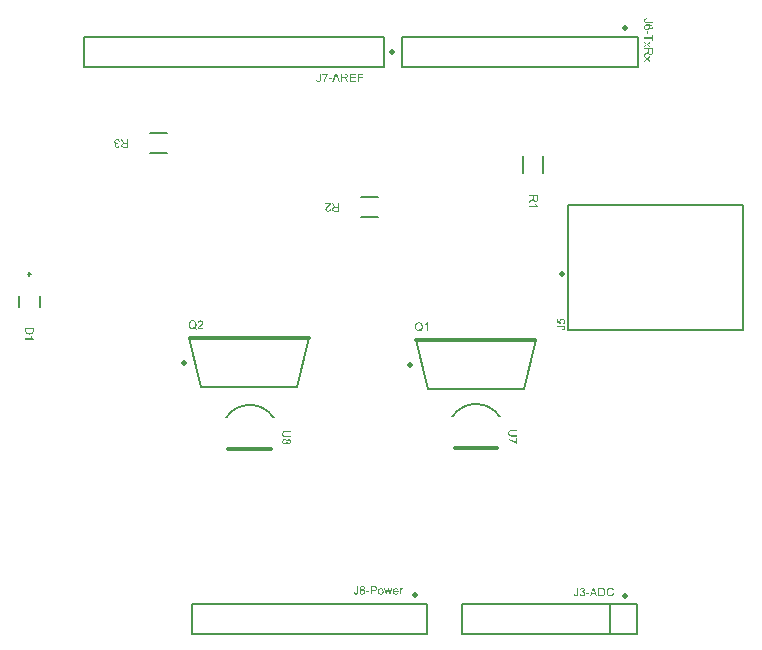
<source format=gto>
%FSLAX33Y33*%
%MOMM*%
%ADD10C,0.15*%
%ADD11C,0.3*%
%ADD12C,0.5*%
%ADD13C,0.5*%
%ADD14C,0.5*%
D10*
%LNtop silkscreen_traces*%
%LNtop silkscreen component f256e903b1b0075b*%
G01*
X26640Y22175D02*
X34768Y22175D01*
X35784Y26370*
D11*
X35734Y26370D02*
X25674Y26370D01*
D10*
X25624Y26370D02*
X26640Y22175D01*
D12*
X25124Y24272D03*
G36*
X26126Y27204D02*
X26158Y27183D01*
X26189Y27165D01*
X26219Y27150D01*
X26247Y27137D01*
X26219Y27072D01*
X26181Y27088D01*
X26142Y27107D01*
X26104Y27131D01*
X26066Y27159D01*
X26025Y27140D01*
X25982Y27126D01*
X25937Y27118D01*
X25922Y27117D01*
X25917Y27197D01*
X25942Y27201D01*
X25965Y27207D01*
X25988Y27215D01*
X25965Y27228D01*
X25942Y27240D01*
X25919Y27249D01*
X25894Y27256D01*
X25917Y27325D01*
X25917Y27325D01*
X25956Y27312D01*
X25992Y27296D01*
X26024Y27278D01*
X26052Y27257D01*
X26089Y27300D01*
X26115Y27352D01*
X26131Y27414D01*
X26136Y27486D01*
X26134Y27528D01*
X26129Y27567D01*
X26119Y27604D01*
X26106Y27637D01*
X26090Y27668D01*
X26070Y27695D01*
X26047Y27719D01*
X26020Y27738D01*
X25991Y27754D01*
X25960Y27765D01*
X25927Y27772D01*
X25892Y27774D01*
X25842Y27770D01*
X25795Y27756D01*
X25754Y27733D01*
X25716Y27702D01*
X25686Y27661D01*
X25664Y27611D01*
X25651Y27553D01*
X25647Y27485D01*
X25651Y27419D01*
X25664Y27362D01*
X25686Y27312D01*
X25716Y27271D01*
X25753Y27238D01*
X25794Y27215D01*
X25841Y27201D01*
X25892Y27196D01*
X25917Y27197D01*
X25922Y27117D01*
X25890Y27115D01*
X25842Y27118D01*
X25797Y27127D01*
X25754Y27141D01*
X25714Y27162D01*
X25676Y27188D01*
X25644Y27218D01*
X25615Y27254D01*
X25592Y27294D01*
X25573Y27338D01*
X25560Y27384D01*
X25552Y27433D01*
X25549Y27485D01*
X25552Y27537D01*
X25560Y27586D01*
X25573Y27633D01*
X25592Y27678D01*
X25616Y27719D01*
X25644Y27755D01*
X25677Y27785D01*
X25714Y27810D01*
X25755Y27830D01*
X25798Y27844D01*
X25844Y27853D01*
X25892Y27856D01*
X25940Y27853D01*
X25986Y27844D01*
X26029Y27829D01*
X26070Y27809D01*
X26108Y27783D01*
X26141Y27752D01*
X26169Y27717D01*
X26192Y27677D01*
X26210Y27633D01*
X26223Y27587D01*
X26231Y27538D01*
X26234Y27486D01*
X26232Y27443D01*
X26227Y27402D01*
X26218Y27363D01*
X26207Y27327D01*
X26192Y27293D01*
X26173Y27261D01*
X26151Y27231D01*
X26126Y27204D01*
X26126Y27204D01*
X26787Y27212D02*
X26787Y27127D01*
X26314Y27127D01*
X26314Y27143D01*
X26316Y27158D01*
X26320Y27173D01*
X26324Y27188D01*
X26335Y27212D01*
X26348Y27236D01*
X26364Y27260D01*
X26382Y27283D01*
X26404Y27308D01*
X26431Y27334D01*
X26462Y27362D01*
X26497Y27392D01*
X26551Y27437D01*
X26595Y27478D01*
X26630Y27513D01*
X26655Y27544D01*
X26673Y27571D01*
X26686Y27598D01*
X26693Y27624D01*
X26696Y27649D01*
X26694Y27674D01*
X26687Y27697D01*
X26675Y27718D01*
X26659Y27737D01*
X26639Y27753D01*
X26616Y27764D01*
X26590Y27771D01*
X26561Y27773D01*
X26531Y27771D01*
X26504Y27764D01*
X26480Y27752D01*
X26460Y27735D01*
X26443Y27714D01*
X26431Y27690D01*
X26424Y27662D01*
X26421Y27630D01*
X26331Y27639D01*
X26339Y27686D01*
X26353Y27728D01*
X26374Y27764D01*
X26401Y27793D01*
X26433Y27816D01*
X26471Y27833D01*
X26515Y27843D01*
X26563Y27846D01*
X26612Y27842D01*
X26655Y27832D01*
X26694Y27814D01*
X26726Y27789D01*
X26753Y27759D01*
X26771Y27725D01*
X26783Y27688D01*
X26786Y27647D01*
X26785Y27626D01*
X26782Y27605D01*
X26776Y27584D01*
X26769Y27563D01*
X26759Y27542D01*
X26745Y27520D01*
X26729Y27498D01*
X26710Y27475D01*
X26687Y27450D01*
X26656Y27421D01*
X26619Y27387D01*
X26575Y27349D01*
X26539Y27319D01*
X26510Y27294D01*
X26488Y27274D01*
X26473Y27259D01*
X26463Y27247D01*
X26453Y27236D01*
X26444Y27224D01*
X26436Y27212D01*
X26787Y27212D01*
X26787Y27212D01*
G37*
%LNtop silkscreen component 88cb6c97ee84a3ef*%
D10*
X12948Y29871D02*
X12948Y29021D01*
X11198Y29871D02*
X11198Y29021D01*
X12073Y31621D02*
X12073Y31921D01*
X12223Y31771D02*
X11923Y31771D01*
G36*
X11723Y27244D02*
X12438Y27244D01*
X12438Y26999D01*
X12354Y26999D01*
X12354Y27149D01*
X11807Y27149D01*
X11807Y27149D01*
X11807Y26997D01*
X11808Y26963D01*
X11810Y26933D01*
X11815Y26907D01*
X11820Y26885D01*
X11828Y26866D01*
X11836Y26849D01*
X11846Y26834D01*
X11857Y26821D01*
X11876Y26805D01*
X11897Y26791D01*
X11921Y26779D01*
X11948Y26769D01*
X11978Y26761D01*
X12011Y26755D01*
X12047Y26751D01*
X12086Y26750D01*
X12139Y26752D01*
X12185Y26759D01*
X12225Y26771D01*
X12259Y26787D01*
X12286Y26806D01*
X12309Y26828D01*
X12327Y26851D01*
X12339Y26876D01*
X12346Y26898D01*
X12350Y26926D01*
X12353Y26960D01*
X12354Y26999D01*
X12438Y26999D01*
X12438Y26997D01*
X12438Y26958D01*
X12436Y26924D01*
X12433Y26894D01*
X12428Y26870D01*
X12420Y26840D01*
X12408Y26813D01*
X12394Y26788D01*
X12377Y26765D01*
X12351Y26739D01*
X12322Y26716D01*
X12290Y26696D01*
X12255Y26680D01*
X12216Y26668D01*
X12175Y26659D01*
X12131Y26654D01*
X12084Y26652D01*
X12045Y26653D01*
X12008Y26657D01*
X11973Y26663D01*
X11940Y26671D01*
X11910Y26682D01*
X11882Y26693D01*
X11858Y26706D01*
X11836Y26720D01*
X11816Y26735D01*
X11799Y26751D01*
X11784Y26768D01*
X11771Y26785D01*
X11760Y26804D01*
X11750Y26824D01*
X11742Y26847D01*
X11735Y26871D01*
X11729Y26897D01*
X11726Y26925D01*
X11723Y26954D01*
X11723Y26986D01*
X11723Y27244D01*
X11723Y27244D01*
X11723Y26226D02*
X11723Y26314D01*
X12283Y26314D01*
X12268Y26331D01*
X12252Y26351D01*
X12237Y26373D01*
X12222Y26398D01*
X12208Y26423D01*
X12196Y26447D01*
X12185Y26469D01*
X12177Y26490D01*
X12262Y26490D01*
X12280Y26454D01*
X12300Y26421D01*
X12322Y26390D01*
X12346Y26361D01*
X12370Y26336D01*
X12394Y26314D01*
X12418Y26297D01*
X12441Y26283D01*
X12441Y26226D01*
X11723Y26226D01*
X11723Y26226D01*
G37*
%LNtop silkscreen component 0992c2fab679028b*%
X23750Y42010D02*
X22300Y42010D01*
X23750Y43710D02*
X22300Y43710D01*
G36*
X20421Y43185D02*
X20421Y42469D01*
X20104Y42469D01*
X20059Y42470D01*
X20020Y42474D01*
X19986Y42480D01*
X19959Y42488D01*
X19935Y42500D01*
X19914Y42515D01*
X19895Y42534D01*
X19879Y42557D01*
X19866Y42582D01*
X19857Y42608D01*
X19851Y42636D01*
X19849Y42664D01*
X19852Y42701D01*
X19862Y42735D01*
X19877Y42765D01*
X19899Y42793D01*
X19927Y42817D01*
X19961Y42836D01*
X20003Y42850D01*
X20027Y42854D01*
X20042Y42778D01*
X20022Y42772D01*
X20004Y42764D01*
X19989Y42754D01*
X19977Y42742D01*
X19966Y42729D01*
X19958Y42714D01*
X19952Y42698D01*
X19948Y42681D01*
X19947Y42664D01*
X19949Y42640D01*
X19956Y42618D01*
X19968Y42598D01*
X19984Y42581D01*
X20005Y42567D01*
X20031Y42556D01*
X20063Y42550D01*
X20100Y42548D01*
X20327Y42548D01*
X20327Y42785D01*
X20327Y42785D01*
X20123Y42785D01*
X20092Y42784D01*
X20065Y42782D01*
X20042Y42778D01*
X20027Y42854D01*
X20051Y42859D01*
X20033Y42868D01*
X20018Y42877D01*
X20005Y42886D01*
X19994Y42895D01*
X19973Y42915D01*
X19953Y42938D01*
X19934Y42963D01*
X19915Y42990D01*
X19791Y43185D01*
X19910Y43185D01*
X20004Y43036D01*
X20024Y43006D01*
X20042Y42979D01*
X20059Y42956D01*
X20073Y42937D01*
X20086Y42922D01*
X20098Y42908D01*
X20110Y42898D01*
X20121Y42890D01*
X20132Y42883D01*
X20142Y42878D01*
X20153Y42874D01*
X20164Y42871D01*
X20174Y42869D01*
X20185Y42868D01*
X20200Y42867D01*
X20217Y42867D01*
X20327Y42867D01*
X20327Y43185D01*
X20421Y43185D01*
X20421Y43185D01*
X19736Y42996D02*
X19648Y42984D01*
X19639Y43019D01*
X19628Y43049D01*
X19613Y43073D01*
X19597Y43092D01*
X19577Y43106D01*
X19556Y43117D01*
X19533Y43123D01*
X19508Y43125D01*
X19478Y43122D01*
X19451Y43114D01*
X19426Y43101D01*
X19403Y43082D01*
X19384Y43059D01*
X19371Y43034D01*
X19363Y43006D01*
X19360Y42975D01*
X19363Y42947D01*
X19370Y42920D01*
X19383Y42897D01*
X19400Y42876D01*
X19421Y42858D01*
X19445Y42846D01*
X19471Y42839D01*
X19501Y42836D01*
X19514Y42837D01*
X19529Y42839D01*
X19545Y42842D01*
X19563Y42846D01*
X19553Y42769D01*
X19549Y42769D01*
X19545Y42770D01*
X19542Y42770D01*
X19539Y42770D01*
X19511Y42768D01*
X19485Y42763D01*
X19461Y42753D01*
X19438Y42741D01*
X19418Y42724D01*
X19404Y42703D01*
X19395Y42679D01*
X19393Y42650D01*
X19395Y42627D01*
X19401Y42606D01*
X19411Y42587D01*
X19425Y42570D01*
X19443Y42556D01*
X19463Y42546D01*
X19485Y42540D01*
X19510Y42538D01*
X19534Y42540D01*
X19557Y42547D01*
X19577Y42557D01*
X19595Y42571D01*
X19611Y42589D01*
X19623Y42611D01*
X19633Y42637D01*
X19639Y42667D01*
X19727Y42652D01*
X19717Y42610D01*
X19701Y42573D01*
X19680Y42542D01*
X19654Y42515D01*
X19624Y42494D01*
X19590Y42478D01*
X19553Y42469D01*
X19512Y42466D01*
X19483Y42468D01*
X19456Y42472D01*
X19429Y42480D01*
X19404Y42491D01*
X19381Y42505D01*
X19360Y42521D01*
X19343Y42539D01*
X19328Y42560D01*
X19317Y42582D01*
X19309Y42605D01*
X19304Y42628D01*
X19302Y42652D01*
X19304Y42675D01*
X19309Y42697D01*
X19316Y42717D01*
X19327Y42737D01*
X19341Y42755D01*
X19358Y42771D01*
X19378Y42785D01*
X19401Y42797D01*
X19371Y42807D01*
X19345Y42820D01*
X19322Y42837D01*
X19302Y42858D01*
X19287Y42883D01*
X19276Y42910D01*
X19269Y42940D01*
X19267Y42974D01*
X19271Y43019D01*
X19284Y43060D01*
X19306Y43098D01*
X19336Y43132D01*
X19372Y43161D01*
X19413Y43181D01*
X19458Y43194D01*
X19508Y43198D01*
X19554Y43194D01*
X19595Y43184D01*
X19632Y43166D01*
X19665Y43142D01*
X19693Y43111D01*
X19714Y43077D01*
X19728Y43039D01*
X19736Y42996D01*
X19736Y42996D01*
G37*
%LNtop silkscreen component 5fbc6d91d4a5c07b*%
X55592Y41779D02*
X55592Y40329D01*
X53892Y41779D02*
X53892Y40329D01*
G36*
X54417Y38450D02*
X55133Y38450D01*
X55133Y38133D01*
X55132Y38088D01*
X55128Y38049D01*
X55122Y38015D01*
X55114Y37988D01*
X55102Y37964D01*
X55087Y37943D01*
X55068Y37924D01*
X55045Y37908D01*
X55020Y37895D01*
X54994Y37886D01*
X54966Y37880D01*
X54938Y37878D01*
X54901Y37881D01*
X54867Y37890D01*
X54837Y37906D01*
X54809Y37927D01*
X54785Y37955D01*
X54766Y37990D01*
X54752Y38032D01*
X54748Y38055D01*
X54825Y38071D01*
X54830Y38051D01*
X54838Y38033D01*
X54848Y38018D01*
X54860Y38005D01*
X54873Y37995D01*
X54888Y37987D01*
X54904Y37981D01*
X54921Y37977D01*
X54938Y37976D01*
X54962Y37978D01*
X54984Y37985D01*
X55004Y37997D01*
X55021Y38013D01*
X55035Y38034D01*
X55046Y38060D01*
X55052Y38092D01*
X55054Y38129D01*
X55054Y38356D01*
X54817Y38356D01*
X54817Y38356D01*
X54817Y38152D01*
X54818Y38121D01*
X54820Y38094D01*
X54825Y38071D01*
X54748Y38055D01*
X54743Y38080D01*
X54734Y38062D01*
X54725Y38047D01*
X54716Y38034D01*
X54707Y38023D01*
X54687Y38002D01*
X54664Y37982D01*
X54639Y37963D01*
X54612Y37944D01*
X54417Y37820D01*
X54417Y37939D01*
X54566Y38033D01*
X54596Y38053D01*
X54623Y38071D01*
X54646Y38087D01*
X54665Y38102D01*
X54680Y38115D01*
X54694Y38127D01*
X54704Y38139D01*
X54712Y38150D01*
X54719Y38161D01*
X54724Y38171D01*
X54728Y38182D01*
X54732Y38193D01*
X54733Y38202D01*
X54734Y38214D01*
X54735Y38229D01*
X54735Y38246D01*
X54735Y38356D01*
X54417Y38356D01*
X54417Y38450D01*
X54417Y38450D01*
X54417Y37434D02*
X54417Y37522D01*
X54977Y37522D01*
X54962Y37539D01*
X54947Y37559D01*
X54932Y37581D01*
X54917Y37605D01*
X54902Y37631D01*
X54890Y37654D01*
X54880Y37677D01*
X54871Y37698D01*
X54956Y37698D01*
X54974Y37662D01*
X54994Y37629D01*
X55016Y37598D01*
X55040Y37569D01*
X55065Y37543D01*
X55089Y37522D01*
X55112Y37504D01*
X55136Y37491D01*
X55136Y37434D01*
X54417Y37434D01*
X54417Y37434D01*
G37*
%LNtop silkscreen component ec26137bd2f37d22*%
X42139Y51809D02*
X42139Y49309D01*
X16739Y49309*
X16739Y51809*
X42139Y51809*
D13*
X42764Y50559D03*
G36*
X36373Y48232D02*
X36458Y48244D01*
X36461Y48206D01*
X36467Y48175D01*
X36477Y48150D01*
X36489Y48132D01*
X36504Y48119D01*
X36521Y48109D01*
X36542Y48103D01*
X36564Y48101D01*
X36582Y48103D01*
X36598Y48106D01*
X36612Y48111D01*
X36626Y48118D01*
X36638Y48127D01*
X36648Y48137D01*
X36656Y48149D01*
X36662Y48162D01*
X36666Y48178D01*
X36669Y48199D01*
X36671Y48223D01*
X36671Y48252D01*
X36671Y48745D01*
X36766Y48745D01*
X36766Y48257D01*
X36765Y48215D01*
X36761Y48178D01*
X36754Y48145D01*
X36744Y48118D01*
X36732Y48095D01*
X36716Y48075D01*
X36697Y48057D01*
X36676Y48043D01*
X36651Y48032D01*
X36624Y48023D01*
X36596Y48019D01*
X36565Y48017D01*
X36521Y48020D01*
X36482Y48031D01*
X36448Y48047D01*
X36421Y48071D01*
X36399Y48102D01*
X36384Y48139D01*
X36375Y48182D01*
X36373Y48232D01*
X36373Y48232D01*
X36891Y48651D02*
X36891Y48736D01*
X37355Y48736D01*
X37355Y48667D01*
X37320Y48628D01*
X37286Y48583D01*
X37253Y48531D01*
X37219Y48474D01*
X37187Y48413D01*
X37160Y48352D01*
X37135Y48289D01*
X37115Y48226D01*
X37103Y48180D01*
X37094Y48132D01*
X37086Y48082D01*
X37082Y48029D01*
X36991Y48029D01*
X36994Y48074D01*
X37000Y48122D01*
X37010Y48176D01*
X37024Y48233D01*
X37042Y48293D01*
X37063Y48351D01*
X37088Y48408D01*
X37115Y48464D01*
X37146Y48517D01*
X37177Y48566D01*
X37209Y48611D01*
X37242Y48651D01*
X36891Y48651D01*
X36891Y48651D01*
X37432Y48244D02*
X37432Y48332D01*
X37702Y48332D01*
X37702Y48244D01*
X37432Y48244D01*
X37432Y48244D01*
X37731Y48029D02*
X37987Y48696D01*
X38055Y48670D01*
X38048Y48635D01*
X38039Y48601D01*
X38028Y48567D01*
X38017Y48533D01*
X37938Y48323D01*
X37938Y48323D01*
X38181Y48323D01*
X38106Y48521D01*
X38090Y48565D01*
X38076Y48604D01*
X38065Y48639D01*
X38055Y48670D01*
X37987Y48696D01*
X38006Y48745D01*
X38108Y48745D01*
X38401Y48029D01*
X38293Y48029D01*
X38210Y48246D01*
X37911Y48246D01*
X37832Y48029D01*
X37731Y48029D01*
X37731Y48029D01*
X38479Y48029D02*
X38479Y48745D01*
X38796Y48745D01*
X38841Y48744D01*
X38880Y48740D01*
X38914Y48734D01*
X38941Y48726D01*
X38965Y48714D01*
X38986Y48699D01*
X39005Y48680D01*
X39021Y48658D01*
X39034Y48633D01*
X39043Y48606D01*
X39049Y48579D01*
X39051Y48550D01*
X39048Y48513D01*
X39038Y48480D01*
X39023Y48449D01*
X39001Y48421D01*
X38973Y48398D01*
X38939Y48379D01*
X38897Y48364D01*
X38873Y48360D01*
X38858Y48437D01*
X38878Y48443D01*
X38896Y48450D01*
X38911Y48460D01*
X38923Y48472D01*
X38934Y48486D01*
X38942Y48501D01*
X38948Y48516D01*
X38952Y48533D01*
X38953Y48550D01*
X38951Y48574D01*
X38944Y48596D01*
X38932Y48616D01*
X38916Y48633D01*
X38895Y48648D01*
X38869Y48658D01*
X38837Y48664D01*
X38800Y48666D01*
X38573Y48666D01*
X38573Y48429D01*
X38573Y48429D01*
X38777Y48429D01*
X38808Y48430D01*
X38835Y48432D01*
X38858Y48437D01*
X38873Y48360D01*
X38849Y48355D01*
X38867Y48346D01*
X38882Y48337D01*
X38895Y48328D01*
X38906Y48319D01*
X38927Y48299D01*
X38947Y48276D01*
X38966Y48251D01*
X38985Y48224D01*
X39109Y48029D01*
X38990Y48029D01*
X38896Y48178D01*
X38876Y48208D01*
X38858Y48235D01*
X38842Y48258D01*
X38827Y48277D01*
X38814Y48293D01*
X38802Y48306D01*
X38790Y48317D01*
X38779Y48325D01*
X38768Y48331D01*
X38758Y48336D01*
X38747Y48340D01*
X38736Y48344D01*
X38727Y48345D01*
X38715Y48346D01*
X38700Y48347D01*
X38683Y48347D01*
X38573Y48347D01*
X38573Y48029D01*
X38479Y48029D01*
X38479Y48029D01*
X39201Y48029D02*
X39201Y48745D01*
X39719Y48745D01*
X39719Y48661D01*
X39296Y48661D01*
X39296Y48441D01*
X39692Y48441D01*
X39692Y48357D01*
X39296Y48357D01*
X39296Y48114D01*
X39735Y48114D01*
X39735Y48029D01*
X39201Y48029D01*
X39201Y48029D01*
X39871Y48029D02*
X39871Y48745D01*
X40354Y48745D01*
X40354Y48661D01*
X39966Y48661D01*
X39966Y48439D01*
X40302Y48439D01*
X40302Y48354D01*
X39966Y48354D01*
X39966Y48029D01*
X39871Y48029D01*
X39871Y48029D01*
G37*
%LNtop silkscreen component 0f3c5feef51aa351*%
D10*
G75*
G02*
X28734Y19618D02*
X32750Y19618I2008J-1342D01*
D11*
G01*
X28930Y16962D02*
X32553Y16962D01*
G36*
X34212Y18030D02*
X34212Y17935D01*
X33799Y17935D01*
X33748Y17937D01*
X33702Y17942D01*
X33662Y17949D01*
X33627Y17960D01*
X33597Y17975D01*
X33570Y17994D01*
X33546Y18019D01*
X33524Y18048D01*
X33507Y18082D01*
X33494Y18122D01*
X33487Y18166D01*
X33484Y18215D01*
X33487Y18263D01*
X33493Y18307D01*
X33504Y18346D01*
X33519Y18380D01*
X33538Y18409D01*
X33562Y18435D01*
X33589Y18455D01*
X33619Y18471D01*
X33655Y18483D01*
X33697Y18492D01*
X33745Y18497D01*
X33799Y18498D01*
X34212Y18498D01*
X34212Y18404D01*
X33799Y18404D01*
X33756Y18403D01*
X33718Y18399D01*
X33687Y18394D01*
X33662Y18386D01*
X33641Y18376D01*
X33623Y18363D01*
X33607Y18346D01*
X33594Y18327D01*
X33583Y18305D01*
X33576Y18280D01*
X33571Y18253D01*
X33570Y18224D01*
X33573Y18175D01*
X33582Y18134D01*
X33597Y18101D01*
X33617Y18075D01*
X33646Y18055D01*
X33686Y18041D01*
X33737Y18033D01*
X33799Y18030D01*
X34212Y18030D01*
X34212Y18030D01*
X33885Y17678D02*
X33830Y17649D01*
X33824Y17662D01*
X33806Y17683D01*
X33784Y17701D01*
X33760Y17714D01*
X33733Y17721D01*
X33703Y17724D01*
X33703Y17724D01*
X33685Y17723D01*
X33666Y17720D01*
X33648Y17714D01*
X33630Y17706D01*
X33614Y17696D01*
X33599Y17684D01*
X33587Y17670D01*
X33576Y17653D01*
X33568Y17635D01*
X33562Y17617D01*
X33558Y17597D01*
X33557Y17578D01*
X33559Y17547D01*
X33567Y17520D01*
X33579Y17495D01*
X33597Y17474D01*
X33619Y17456D01*
X33643Y17443D01*
X33670Y17435D01*
X33700Y17433D01*
X33731Y17435D01*
X33758Y17443D01*
X33783Y17456D01*
X33805Y17475D01*
X33823Y17497D01*
X33836Y17522D01*
X33844Y17550D01*
X33847Y17580D01*
X33844Y17610D01*
X33836Y17637D01*
X33830Y17649D01*
X33885Y17678D01*
X33937Y17645D01*
X33927Y17625D01*
X33921Y17603D01*
X33918Y17578D01*
X33920Y17554D01*
X33926Y17532D01*
X33936Y17512D01*
X33950Y17495D01*
X33967Y17481D01*
X33986Y17470D01*
X34007Y17464D01*
X34029Y17462D01*
X34052Y17464D01*
X34073Y17471D01*
X34093Y17481D01*
X34110Y17496D01*
X34125Y17513D01*
X34135Y17533D01*
X34141Y17555D01*
X34143Y17579D01*
X34141Y17603D01*
X34135Y17625D01*
X34125Y17645D01*
X34111Y17662D01*
X34094Y17677D01*
X34075Y17687D01*
X34055Y17694D01*
X34034Y17696D01*
X34034Y17696D01*
X34009Y17694D01*
X33988Y17688D01*
X33968Y17677D01*
X33951Y17663D01*
X33937Y17645D01*
X33885Y17678D01*
X33896Y17704D01*
X33909Y17726D01*
X33924Y17744D01*
X33942Y17759D01*
X33961Y17771D01*
X33983Y17779D01*
X34006Y17784D01*
X34031Y17786D01*
X34068Y17782D01*
X34103Y17771D01*
X34134Y17754D01*
X34162Y17729D01*
X34185Y17699D01*
X34202Y17664D01*
X34212Y17624D01*
X34215Y17580D01*
X34212Y17535D01*
X34202Y17495D01*
X34185Y17460D01*
X34161Y17429D01*
X34132Y17404D01*
X34101Y17386D01*
X34066Y17376D01*
X34028Y17372D01*
X34004Y17374D01*
X33982Y17378D01*
X33961Y17387D01*
X33942Y17398D01*
X33924Y17413D01*
X33909Y17431D01*
X33896Y17453D01*
X33885Y17477D01*
X33872Y17446D01*
X33857Y17419D01*
X33838Y17396D01*
X33815Y17377D01*
X33790Y17362D01*
X33763Y17351D01*
X33733Y17345D01*
X33701Y17343D01*
X33657Y17347D01*
X33617Y17359D01*
X33580Y17379D01*
X33547Y17408D01*
X33520Y17443D01*
X33500Y17483D01*
X33488Y17528D01*
X33484Y17578D01*
X33488Y17629D01*
X33500Y17674D01*
X33520Y17714D01*
X33547Y17749D01*
X33580Y17778D01*
X33618Y17798D01*
X33659Y17810D01*
X33704Y17814D01*
X33737Y17812D01*
X33768Y17805D01*
X33796Y17794D01*
X33821Y17779D01*
X33842Y17759D01*
X33860Y17736D01*
X33874Y17709D01*
X33885Y17678D01*
X33885Y17678D01*
G37*
%LNtop silkscreen component 623c2cde8dd2ec66*%
D10*
X48721Y3866D02*
X63555Y3866D01*
X63555Y1326*
X48721Y1326*
X48721Y3866*
X61218Y3764D02*
X61218Y1427D01*
D14*
X62488Y4514D03*
G36*
X58143Y4702D02*
X58228Y4714D01*
X58232Y4676D01*
X58238Y4645D01*
X58247Y4620D01*
X58259Y4601D01*
X58274Y4588D01*
X58292Y4579D01*
X58312Y4573D01*
X58335Y4571D01*
X58352Y4572D01*
X58368Y4575D01*
X58383Y4580D01*
X58396Y4587D01*
X58408Y4596D01*
X58418Y4607D01*
X58426Y4619D01*
X58432Y4632D01*
X58436Y4648D01*
X58439Y4668D01*
X58441Y4693D01*
X58442Y4721D01*
X58442Y5215D01*
X58536Y5215D01*
X58536Y4727D01*
X58535Y4684D01*
X58531Y4647D01*
X58524Y4615D01*
X58515Y4588D01*
X58502Y4564D01*
X58487Y4544D01*
X58468Y4527D01*
X58446Y4512D01*
X58421Y4501D01*
X58395Y4493D01*
X58366Y4488D01*
X58335Y4487D01*
X58291Y4490D01*
X58252Y4500D01*
X58219Y4517D01*
X58191Y4541D01*
X58169Y4571D01*
X58154Y4608D01*
X58145Y4652D01*
X58143Y4702D01*
X58143Y4702D01*
X58656Y4688D02*
X58744Y4699D01*
X58753Y4665D01*
X58764Y4635D01*
X58779Y4611D01*
X58796Y4592D01*
X58815Y4577D01*
X58836Y4567D01*
X58859Y4561D01*
X58884Y4559D01*
X58914Y4562D01*
X58941Y4570D01*
X58966Y4583D01*
X58989Y4602D01*
X59008Y4625D01*
X59021Y4650D01*
X59029Y4678D01*
X59032Y4708D01*
X59029Y4737D01*
X59022Y4763D01*
X59009Y4787D01*
X58992Y4808D01*
X58971Y4825D01*
X58947Y4838D01*
X58921Y4845D01*
X58891Y4847D01*
X58878Y4847D01*
X58864Y4845D01*
X58847Y4842D01*
X58829Y4838D01*
X58839Y4915D01*
X58843Y4914D01*
X58847Y4914D01*
X58851Y4914D01*
X58853Y4914D01*
X58881Y4916D01*
X58907Y4921D01*
X58931Y4930D01*
X58954Y4943D01*
X58974Y4960D01*
X58988Y4980D01*
X58997Y5005D01*
X58999Y5033D01*
X58997Y5057D01*
X58991Y5078D01*
X58981Y5097D01*
X58967Y5114D01*
X58949Y5127D01*
X58929Y5137D01*
X58907Y5143D01*
X58882Y5145D01*
X58858Y5143D01*
X58835Y5137D01*
X58815Y5127D01*
X58797Y5113D01*
X58781Y5095D01*
X58769Y5073D01*
X58759Y5047D01*
X58753Y5016D01*
X58665Y5032D01*
X58676Y5074D01*
X58691Y5110D01*
X58712Y5142D01*
X58738Y5169D01*
X58768Y5190D01*
X58802Y5205D01*
X58840Y5214D01*
X58880Y5218D01*
X58909Y5216D01*
X58937Y5211D01*
X58963Y5203D01*
X58988Y5192D01*
X59011Y5179D01*
X59032Y5163D01*
X59049Y5144D01*
X59064Y5124D01*
X59075Y5102D01*
X59083Y5079D01*
X59088Y5056D01*
X59090Y5031D01*
X59088Y5009D01*
X59084Y4987D01*
X59076Y4967D01*
X59065Y4947D01*
X59051Y4929D01*
X59034Y4913D01*
X59014Y4899D01*
X58991Y4886D01*
X59021Y4877D01*
X59048Y4864D01*
X59070Y4847D01*
X59090Y4826D01*
X59105Y4801D01*
X59116Y4774D01*
X59123Y4743D01*
X59125Y4710D01*
X59121Y4665D01*
X59108Y4624D01*
X59086Y4586D01*
X59057Y4551D01*
X59020Y4523D01*
X58979Y4502D01*
X58934Y4490D01*
X58884Y4486D01*
X58839Y4490D01*
X58797Y4500D01*
X58760Y4518D01*
X58727Y4542D01*
X58699Y4572D01*
X58678Y4607D01*
X58664Y4645D01*
X58656Y4688D01*
X58656Y4688D01*
X59202Y4714D02*
X59202Y4802D01*
X59472Y4802D01*
X59472Y4714D01*
X59202Y4714D01*
X59202Y4714D01*
X59502Y4499D02*
X59758Y5165D01*
X59826Y5139D01*
X59818Y5105D01*
X59809Y5071D01*
X59799Y5037D01*
X59787Y5003D01*
X59708Y4793D01*
X59708Y4793D01*
X59951Y4793D01*
X59876Y4991D01*
X59860Y5034D01*
X59847Y5073D01*
X59835Y5108D01*
X59826Y5139D01*
X59758Y5165D01*
X59777Y5215D01*
X59879Y5215D01*
X60172Y4499D01*
X60064Y4499D01*
X59980Y4716D01*
X59681Y4716D01*
X59602Y4499D01*
X59502Y4499D01*
X59502Y4499D01*
X60247Y4499D02*
X60247Y5215D01*
X60493Y5215D01*
X60493Y5130D01*
X60342Y5130D01*
X60342Y4583D01*
X60342Y4583D01*
X60495Y4583D01*
X60529Y4584D01*
X60558Y4587D01*
X60584Y4591D01*
X60606Y4596D01*
X60625Y4604D01*
X60642Y4612D01*
X60657Y4622D01*
X60670Y4634D01*
X60686Y4652D01*
X60700Y4673D01*
X60712Y4697D01*
X60723Y4724D01*
X60731Y4754D01*
X60737Y4787D01*
X60740Y4823D01*
X60742Y4862D01*
X60739Y4915D01*
X60732Y4961D01*
X60721Y5001D01*
X60705Y5035D01*
X60685Y5062D01*
X60664Y5085D01*
X60641Y5103D01*
X60615Y5115D01*
X60593Y5122D01*
X60565Y5126D01*
X60532Y5129D01*
X60493Y5130D01*
X60493Y5215D01*
X60494Y5215D01*
X60533Y5214D01*
X60568Y5212D01*
X60597Y5209D01*
X60621Y5204D01*
X60651Y5196D01*
X60678Y5184D01*
X60704Y5170D01*
X60726Y5153D01*
X60753Y5127D01*
X60776Y5099D01*
X60795Y5066D01*
X60811Y5031D01*
X60823Y4992D01*
X60832Y4951D01*
X60838Y4907D01*
X60839Y4861D01*
X60838Y4821D01*
X60834Y4784D01*
X60829Y4749D01*
X60820Y4716D01*
X60810Y4686D01*
X60798Y4658D01*
X60786Y4634D01*
X60771Y4612D01*
X60756Y4592D01*
X60740Y4575D01*
X60724Y4560D01*
X60706Y4547D01*
X60688Y4536D01*
X60667Y4526D01*
X60645Y4518D01*
X60621Y4511D01*
X60595Y4506D01*
X60567Y4502D01*
X60537Y4500D01*
X60506Y4499D01*
X60247Y4499D01*
X60247Y4499D01*
X61480Y4750D02*
X61575Y4726D01*
X61557Y4671D01*
X61533Y4623D01*
X61504Y4582D01*
X61468Y4548D01*
X61427Y4521D01*
X61382Y4502D01*
X61332Y4490D01*
X61279Y4487D01*
X61224Y4489D01*
X61174Y4498D01*
X61129Y4513D01*
X61090Y4534D01*
X61056Y4560D01*
X61027Y4591D01*
X61001Y4628D01*
X60980Y4670D01*
X60964Y4716D01*
X60952Y4763D01*
X60945Y4812D01*
X60942Y4862D01*
X60945Y4916D01*
X60953Y4967D01*
X60966Y5014D01*
X60985Y5057D01*
X61009Y5096D01*
X61037Y5130D01*
X61069Y5159D01*
X61107Y5184D01*
X61147Y5202D01*
X61189Y5216D01*
X61234Y5224D01*
X61280Y5227D01*
X61332Y5223D01*
X61379Y5213D01*
X61422Y5196D01*
X61461Y5172D01*
X61495Y5142D01*
X61523Y5106D01*
X61546Y5065D01*
X61563Y5018D01*
X61470Y4996D01*
X61456Y5033D01*
X61439Y5064D01*
X61420Y5090D01*
X61397Y5110D01*
X61372Y5126D01*
X61344Y5137D01*
X61313Y5144D01*
X61278Y5146D01*
X61239Y5143D01*
X61202Y5136D01*
X61170Y5123D01*
X61140Y5106D01*
X61115Y5085D01*
X61093Y5060D01*
X61076Y5032D01*
X61062Y5000D01*
X61053Y4966D01*
X61046Y4932D01*
X61041Y4898D01*
X61040Y4863D01*
X61042Y4818D01*
X61047Y4777D01*
X61055Y4739D01*
X61067Y4703D01*
X61082Y4671D01*
X61101Y4644D01*
X61123Y4620D01*
X61149Y4601D01*
X61178Y4587D01*
X61208Y4576D01*
X61239Y4570D01*
X61271Y4568D01*
X61309Y4570D01*
X61344Y4579D01*
X61377Y4593D01*
X61406Y4614D01*
X61431Y4639D01*
X61452Y4671D01*
X61468Y4707D01*
X61480Y4750D01*
X61480Y4750D01*
G37*
%LNtop silkscreen component 40c21c38a6e81b0a*%
D10*
X72499Y26992D02*
X57674Y26992D01*
X57674Y37617*
X72499Y37617*
X72499Y26992*
D12*
X57199Y31792D03*
G36*
X57221Y27020D02*
X57209Y27106D01*
X57247Y27109D01*
X57278Y27115D01*
X57303Y27124D01*
X57322Y27137D01*
X57335Y27152D01*
X57344Y27169D01*
X57350Y27189D01*
X57352Y27212D01*
X57351Y27229D01*
X57348Y27245D01*
X57343Y27260D01*
X57335Y27274D01*
X57327Y27286D01*
X57316Y27296D01*
X57304Y27304D01*
X57291Y27309D01*
X57275Y27314D01*
X57255Y27317D01*
X57230Y27319D01*
X57201Y27319D01*
X56708Y27319D01*
X56708Y27414D01*
X57196Y27414D01*
X57238Y27413D01*
X57276Y27409D01*
X57308Y27402D01*
X57335Y27392D01*
X57358Y27380D01*
X57379Y27364D01*
X57396Y27345D01*
X57410Y27323D01*
X57422Y27299D01*
X57430Y27272D01*
X57435Y27243D01*
X57436Y27213D01*
X57433Y27168D01*
X57423Y27130D01*
X57406Y27096D01*
X57382Y27068D01*
X57352Y27047D01*
X57315Y27031D01*
X57271Y27023D01*
X57221Y27020D01*
X57221Y27020D01*
X57237Y27533D02*
X57229Y27625D01*
X57260Y27632D01*
X57288Y27642D01*
X57311Y27656D01*
X57330Y27673D01*
X57345Y27693D01*
X57356Y27714D01*
X57362Y27738D01*
X57364Y27763D01*
X57361Y27794D01*
X57352Y27822D01*
X57337Y27847D01*
X57316Y27871D01*
X57290Y27890D01*
X57261Y27903D01*
X57227Y27912D01*
X57189Y27914D01*
X57154Y27912D01*
X57122Y27904D01*
X57094Y27891D01*
X57071Y27872D01*
X57052Y27849D01*
X57038Y27823D01*
X57030Y27794D01*
X57027Y27762D01*
X57028Y27741D01*
X57032Y27721D01*
X57038Y27703D01*
X57046Y27685D01*
X57057Y27669D01*
X57069Y27654D01*
X57082Y27642D01*
X57096Y27631D01*
X57086Y27549D01*
X56718Y27618D01*
X56718Y27974D01*
X56802Y27974D01*
X56802Y27688D01*
X56994Y27650D01*
X56975Y27682D01*
X56961Y27716D01*
X56952Y27750D01*
X56949Y27785D01*
X56954Y27830D01*
X56966Y27871D01*
X56986Y27909D01*
X57014Y27943D01*
X57049Y27971D01*
X57089Y27992D01*
X57133Y28004D01*
X57181Y28008D01*
X57228Y28004D01*
X57272Y27994D01*
X57312Y27976D01*
X57349Y27951D01*
X57387Y27914D01*
X57415Y27870D01*
X57431Y27820D01*
X57436Y27763D01*
X57433Y27717D01*
X57423Y27674D01*
X57406Y27637D01*
X57382Y27604D01*
X57352Y27576D01*
X57318Y27555D01*
X57280Y27541D01*
X57237Y27533D01*
X57237Y27533D01*
G37*
%LNtop silkscreen component 25fcb071ea781e2f*%
D10*
X41616Y36602D02*
X40166Y36602D01*
X41616Y38302D02*
X40166Y38302D01*
G36*
X38288Y37777D02*
X38288Y37061D01*
X37970Y37061D01*
X37925Y37063D01*
X37886Y37066D01*
X37853Y37072D01*
X37825Y37081D01*
X37801Y37092D01*
X37780Y37107D01*
X37762Y37126D01*
X37745Y37149D01*
X37732Y37174D01*
X37723Y37200D01*
X37717Y37228D01*
X37716Y37257D01*
X37719Y37293D01*
X37728Y37327D01*
X37743Y37358D01*
X37765Y37385D01*
X37793Y37409D01*
X37828Y37428D01*
X37869Y37442D01*
X37893Y37447D01*
X37908Y37370D01*
X37888Y37364D01*
X37871Y37356D01*
X37856Y37347D01*
X37843Y37335D01*
X37832Y37321D01*
X37824Y37306D01*
X37818Y37290D01*
X37814Y37274D01*
X37813Y37257D01*
X37816Y37233D01*
X37822Y37211D01*
X37834Y37191D01*
X37850Y37173D01*
X37871Y37159D01*
X37898Y37149D01*
X37929Y37143D01*
X37967Y37141D01*
X38193Y37141D01*
X38193Y37377D01*
X38193Y37377D01*
X37990Y37377D01*
X37959Y37377D01*
X37932Y37374D01*
X37908Y37370D01*
X37893Y37447D01*
X37917Y37452D01*
X37900Y37461D01*
X37884Y37470D01*
X37871Y37478D01*
X37860Y37487D01*
X37840Y37507D01*
X37820Y37530D01*
X37800Y37555D01*
X37781Y37582D01*
X37657Y37777D01*
X37776Y37777D01*
X37871Y37628D01*
X37891Y37598D01*
X37909Y37571D01*
X37925Y37549D01*
X37939Y37530D01*
X37952Y37514D01*
X37965Y37501D01*
X37976Y37490D01*
X37987Y37482D01*
X37998Y37476D01*
X38009Y37470D01*
X38020Y37466D01*
X38031Y37463D01*
X38040Y37461D01*
X38052Y37460D01*
X38066Y37460D01*
X38083Y37459D01*
X38193Y37459D01*
X38193Y37777D01*
X38288Y37777D01*
X38288Y37777D01*
X37141Y37693D02*
X37141Y37777D01*
X37614Y37777D01*
X37614Y37762D01*
X37612Y37746D01*
X37609Y37731D01*
X37604Y37716D01*
X37593Y37692D01*
X37580Y37668D01*
X37564Y37645D01*
X37546Y37621D01*
X37524Y37597D01*
X37497Y37571D01*
X37466Y37542D01*
X37431Y37513D01*
X37377Y37467D01*
X37333Y37427D01*
X37298Y37391D01*
X37273Y37361D01*
X37255Y37333D01*
X37242Y37307D01*
X37235Y37281D01*
X37232Y37255D01*
X37235Y37230D01*
X37242Y37207D01*
X37253Y37186D01*
X37270Y37167D01*
X37290Y37151D01*
X37313Y37140D01*
X37338Y37134D01*
X37367Y37131D01*
X37397Y37134D01*
X37424Y37141D01*
X37448Y37153D01*
X37469Y37169D01*
X37485Y37190D01*
X37497Y37215D01*
X37504Y37243D01*
X37507Y37275D01*
X37597Y37266D01*
X37590Y37218D01*
X37575Y37177D01*
X37555Y37141D01*
X37528Y37112D01*
X37495Y37088D01*
X37457Y37072D01*
X37413Y37062D01*
X37365Y37059D01*
X37316Y37062D01*
X37273Y37073D01*
X37235Y37091D01*
X37202Y37116D01*
X37176Y37146D01*
X37157Y37180D01*
X37146Y37217D01*
X37142Y37257D01*
X37143Y37279D01*
X37146Y37300D01*
X37152Y37321D01*
X37159Y37342D01*
X37170Y37363D01*
X37183Y37384D01*
X37199Y37406D01*
X37218Y37429D01*
X37242Y37454D01*
X37272Y37484D01*
X37309Y37517D01*
X37353Y37555D01*
X37389Y37586D01*
X37418Y37611D01*
X37440Y37631D01*
X37455Y37645D01*
X37466Y37657D01*
X37475Y37669D01*
X37484Y37681D01*
X37492Y37693D01*
X37141Y37693D01*
X37141Y37693D01*
G37*
%LNtop silkscreen component 5c777b7311229c55*%
X25821Y3866D02*
X45771Y3866D01*
X45771Y1326*
X25821Y1326*
X25821Y3866*
D14*
X44686Y4616D03*
G36*
X39519Y4848D02*
X39604Y4860D01*
X39607Y4822D01*
X39613Y4791D01*
X39623Y4766D01*
X39635Y4747D01*
X39650Y4734D01*
X39667Y4725D01*
X39688Y4719D01*
X39710Y4717D01*
X39728Y4718D01*
X39744Y4721D01*
X39758Y4726D01*
X39772Y4733D01*
X39784Y4742D01*
X39794Y4753D01*
X39802Y4765D01*
X39808Y4778D01*
X39812Y4794D01*
X39815Y4814D01*
X39817Y4839D01*
X39817Y4867D01*
X39817Y5361D01*
X39912Y5361D01*
X39912Y4873D01*
X39911Y4830D01*
X39907Y4793D01*
X39900Y4761D01*
X39890Y4734D01*
X39878Y4710D01*
X39862Y4690D01*
X39844Y4673D01*
X39822Y4658D01*
X39797Y4647D01*
X39770Y4639D01*
X39742Y4634D01*
X39711Y4633D01*
X39667Y4636D01*
X39628Y4646D01*
X39594Y4663D01*
X39567Y4687D01*
X39545Y4717D01*
X39530Y4754D01*
X39521Y4798D01*
X39519Y4848D01*
X39519Y4848D01*
X40167Y5033D02*
X40195Y4978D01*
X40183Y4972D01*
X40161Y4954D01*
X40144Y4932D01*
X40131Y4908D01*
X40123Y4881D01*
X40121Y4851D01*
X40121Y4851D01*
X40122Y4833D01*
X40125Y4814D01*
X40131Y4796D01*
X40138Y4779D01*
X40148Y4762D01*
X40161Y4747D01*
X40175Y4735D01*
X40191Y4724D01*
X40209Y4716D01*
X40228Y4710D01*
X40247Y4706D01*
X40267Y4705D01*
X40297Y4707D01*
X40325Y4715D01*
X40349Y4728D01*
X40371Y4745D01*
X40389Y4767D01*
X40402Y4791D01*
X40410Y4819D01*
X40412Y4848D01*
X40410Y4879D01*
X40402Y4906D01*
X40388Y4931D01*
X40370Y4953D01*
X40347Y4972D01*
X40322Y4985D01*
X40295Y4992D01*
X40264Y4995D01*
X40235Y4992D01*
X40208Y4985D01*
X40195Y4978D01*
X40167Y5033D01*
X40199Y5085D01*
X40219Y5075D01*
X40242Y5069D01*
X40267Y5067D01*
X40291Y5069D01*
X40313Y5075D01*
X40333Y5085D01*
X40350Y5099D01*
X40364Y5116D01*
X40374Y5134D01*
X40380Y5155D01*
X40382Y5177D01*
X40380Y5200D01*
X40374Y5222D01*
X40364Y5241D01*
X40349Y5258D01*
X40331Y5273D01*
X40311Y5283D01*
X40290Y5289D01*
X40266Y5291D01*
X40242Y5289D01*
X40220Y5283D01*
X40200Y5273D01*
X40182Y5259D01*
X40168Y5242D01*
X40157Y5224D01*
X40151Y5204D01*
X40149Y5182D01*
X40149Y5182D01*
X40151Y5158D01*
X40157Y5136D01*
X40167Y5116D01*
X40182Y5099D01*
X40199Y5085D01*
X40167Y5033D01*
X40141Y5044D01*
X40119Y5057D01*
X40100Y5073D01*
X40085Y5090D01*
X40074Y5110D01*
X40066Y5131D01*
X40061Y5154D01*
X40059Y5179D01*
X40063Y5217D01*
X40073Y5251D01*
X40091Y5282D01*
X40115Y5310D01*
X40146Y5334D01*
X40181Y5350D01*
X40220Y5360D01*
X40265Y5364D01*
X40309Y5360D01*
X40349Y5350D01*
X40385Y5333D01*
X40416Y5309D01*
X40441Y5280D01*
X40458Y5249D01*
X40469Y5214D01*
X40473Y5177D01*
X40471Y5152D01*
X40466Y5130D01*
X40458Y5109D01*
X40447Y5090D01*
X40432Y5073D01*
X40414Y5057D01*
X40392Y5044D01*
X40367Y5033D01*
X40398Y5021D01*
X40425Y5005D01*
X40448Y4986D01*
X40468Y4964D01*
X40483Y4939D01*
X40493Y4911D01*
X40500Y4881D01*
X40502Y4849D01*
X40498Y4805D01*
X40486Y4765D01*
X40465Y4728D01*
X40437Y4695D01*
X40402Y4668D01*
X40362Y4648D01*
X40317Y4637D01*
X40266Y4633D01*
X40216Y4637D01*
X40170Y4648D01*
X40130Y4668D01*
X40095Y4695D01*
X40067Y4729D01*
X40047Y4766D01*
X40034Y4807D01*
X40030Y4852D01*
X40033Y4885D01*
X40039Y4916D01*
X40050Y4944D01*
X40066Y4969D01*
X40085Y4990D01*
X40109Y5008D01*
X40136Y5023D01*
X40167Y5033D01*
X40167Y5033D01*
X40578Y4860D02*
X40578Y4948D01*
X40848Y4948D01*
X40848Y4860D01*
X40578Y4860D01*
X40578Y4860D01*
X40956Y4645D02*
X40956Y5361D01*
X41226Y5361D01*
X41260Y5360D01*
X41289Y5359D01*
X41314Y5357D01*
X41335Y5354D01*
X41360Y5348D01*
X41383Y5341D01*
X41404Y5332D01*
X41423Y5320D01*
X41440Y5307D01*
X41456Y5291D01*
X41469Y5272D01*
X41481Y5251D01*
X41490Y5228D01*
X41497Y5205D01*
X41501Y5180D01*
X41502Y5154D01*
X41499Y5110D01*
X41488Y5069D01*
X41470Y5032D01*
X41444Y4999D01*
X41409Y4971D01*
X41363Y4952D01*
X41304Y4940D01*
X41283Y4939D01*
X41278Y5022D01*
X41314Y5029D01*
X41344Y5040D01*
X41366Y5054D01*
X41383Y5073D01*
X41395Y5096D01*
X41402Y5121D01*
X41405Y5151D01*
X41403Y5172D01*
X41399Y5192D01*
X41392Y5211D01*
X41382Y5228D01*
X41370Y5242D01*
X41356Y5254D01*
X41340Y5263D01*
X41322Y5270D01*
X41308Y5273D01*
X41288Y5275D01*
X41264Y5276D01*
X41234Y5276D01*
X41051Y5276D01*
X41051Y5020D01*
X41051Y5020D01*
X41236Y5020D01*
X41278Y5022D01*
X41283Y4939D01*
X41234Y4936D01*
X41051Y4936D01*
X41051Y4645D01*
X40956Y4645D01*
X40956Y4645D01*
X41579Y4904D02*
X41584Y4971D01*
X41599Y5029D01*
X41624Y5078D01*
X41659Y5117D01*
X41695Y5143D01*
X41733Y5161D01*
X41776Y5171D01*
X41822Y5175D01*
X41873Y5171D01*
X41919Y5158D01*
X41961Y5136D01*
X41997Y5105D01*
X42027Y5067D01*
X42048Y5022D01*
X42061Y4970D01*
X42065Y4911D01*
X42063Y4864D01*
X42057Y4822D01*
X42048Y4785D01*
X42035Y4754D01*
X42018Y4727D01*
X41998Y4703D01*
X41975Y4682D01*
X41948Y4665D01*
X41918Y4651D01*
X41888Y4641D01*
X41856Y4635D01*
X41822Y4633D01*
X41816Y4634D01*
X41822Y4705D01*
X41854Y4708D01*
X41882Y4718D01*
X41908Y4733D01*
X41931Y4755D01*
X41950Y4783D01*
X41964Y4818D01*
X41972Y4859D01*
X41975Y4907D01*
X41972Y4952D01*
X41964Y4992D01*
X41950Y5025D01*
X41931Y5053D01*
X41908Y5074D01*
X41882Y5090D01*
X41853Y5099D01*
X41822Y5102D01*
X41791Y5099D01*
X41762Y5090D01*
X41736Y5075D01*
X41713Y5053D01*
X41694Y5025D01*
X41680Y4991D01*
X41672Y4951D01*
X41669Y4904D01*
X41669Y4904D01*
X41672Y4857D01*
X41680Y4817D01*
X41694Y4783D01*
X41713Y4755D01*
X41736Y4733D01*
X41762Y4718D01*
X41791Y4708D01*
X41822Y4705D01*
X41816Y4634D01*
X41770Y4637D01*
X41724Y4651D01*
X41682Y4672D01*
X41646Y4703D01*
X41617Y4742D01*
X41596Y4788D01*
X41583Y4842D01*
X41579Y4904D01*
X41579Y4904D01*
X42264Y4645D02*
X42105Y5163D01*
X42196Y5163D01*
X42278Y4864D01*
X42309Y4753D01*
X42312Y4763D01*
X42317Y4784D01*
X42325Y4816D01*
X42336Y4860D01*
X42419Y5163D01*
X42509Y5163D01*
X42586Y4863D01*
X42612Y4763D01*
X42642Y4864D01*
X42731Y5163D01*
X42816Y5163D01*
X42654Y4645D01*
X42563Y4645D01*
X42481Y4955D01*
X42461Y5044D01*
X42356Y4645D01*
X42264Y4645D01*
X42264Y4645D01*
X43245Y4812D02*
X43336Y4801D01*
X43323Y4763D01*
X43305Y4730D01*
X43283Y4701D01*
X43256Y4677D01*
X43225Y4658D01*
X43190Y4644D01*
X43151Y4636D01*
X43108Y4633D01*
X43054Y4637D01*
X43006Y4651D01*
X42964Y4673D01*
X42928Y4703D01*
X42898Y4742D01*
X42878Y4787D01*
X42865Y4840D01*
X42861Y4900D01*
X42865Y4961D01*
X42878Y5016D01*
X42899Y5063D01*
X42928Y5103D01*
X42964Y5134D01*
X43006Y5157D01*
X43052Y5171D01*
X43103Y5175D01*
X43110Y5174D01*
X43104Y5103D01*
X43075Y5100D01*
X43048Y5093D01*
X43024Y5080D01*
X43002Y5062D01*
X42984Y5040D01*
X42970Y5015D01*
X42961Y4986D01*
X42957Y4954D01*
X42957Y4954D01*
X43246Y4954D01*
X43242Y4985D01*
X43235Y5011D01*
X43225Y5034D01*
X43213Y5052D01*
X43190Y5074D01*
X43165Y5090D01*
X43136Y5100D01*
X43104Y5103D01*
X43110Y5174D01*
X43153Y5171D01*
X43198Y5157D01*
X43238Y5135D01*
X43273Y5104D01*
X43302Y5065D01*
X43322Y5019D01*
X43335Y4966D01*
X43339Y4905D01*
X43339Y4901D01*
X43339Y4895D01*
X43339Y4889D01*
X43338Y4882D01*
X42952Y4882D01*
X42957Y4841D01*
X42966Y4806D01*
X42981Y4776D01*
X43000Y4751D01*
X43023Y4731D01*
X43049Y4717D01*
X43077Y4708D01*
X43108Y4705D01*
X43132Y4707D01*
X43153Y4712D01*
X43173Y4720D01*
X43191Y4731D01*
X43207Y4745D01*
X43222Y4764D01*
X43234Y4786D01*
X43245Y4812D01*
X43245Y4812D01*
X43445Y4645D02*
X43445Y5163D01*
X43524Y5163D01*
X43524Y5085D01*
X43539Y5110D01*
X43554Y5131D01*
X43567Y5146D01*
X43580Y5158D01*
X43594Y5165D01*
X43607Y5171D01*
X43622Y5174D01*
X43637Y5175D01*
X43659Y5173D01*
X43682Y5168D01*
X43704Y5159D01*
X43727Y5147D01*
X43697Y5065D01*
X43681Y5074D01*
X43665Y5080D01*
X43649Y5083D01*
X43632Y5084D01*
X43618Y5083D01*
X43605Y5080D01*
X43592Y5075D01*
X43581Y5067D01*
X43570Y5057D01*
X43561Y5046D01*
X43554Y5033D01*
X43548Y5019D01*
X43542Y4995D01*
X43537Y4970D01*
X43534Y4944D01*
X43533Y4916D01*
X43533Y4645D01*
X43445Y4645D01*
X43445Y4645D01*
G37*
%LNtop silkscreen component 603dce8ef9af0ef7*%
D10*
X43625Y51820D02*
X63575Y51820D01*
X63575Y49280*
X43625Y49280*
X43625Y51820*
D14*
X62490Y52570D03*
G36*
X64333Y53427D02*
X64345Y53342D01*
X64307Y53339D01*
X64276Y53332D01*
X64251Y53323D01*
X64233Y53311D01*
X64219Y53296D01*
X64210Y53279D01*
X64204Y53258D01*
X64202Y53235D01*
X64203Y53218D01*
X64206Y53202D01*
X64211Y53187D01*
X64219Y53174D01*
X64228Y53162D01*
X64238Y53152D01*
X64250Y53144D01*
X64263Y53138D01*
X64279Y53134D01*
X64299Y53131D01*
X64324Y53129D01*
X64353Y53128D01*
X64846Y53128D01*
X64846Y53034D01*
X64358Y53034D01*
X64316Y53035D01*
X64278Y53039D01*
X64246Y53046D01*
X64219Y53055D01*
X64196Y53068D01*
X64175Y53084D01*
X64158Y53102D01*
X64144Y53124D01*
X64132Y53149D01*
X64124Y53176D01*
X64119Y53204D01*
X64118Y53235D01*
X64121Y53279D01*
X64131Y53318D01*
X64148Y53351D01*
X64172Y53379D01*
X64202Y53401D01*
X64239Y53416D01*
X64283Y53425D01*
X64333Y53427D01*
X64333Y53427D01*
X64671Y52459D02*
X64664Y52546D01*
X64688Y52552D01*
X64708Y52560D01*
X64725Y52569D01*
X64739Y52579D01*
X64755Y52598D01*
X64767Y52619D01*
X64774Y52642D01*
X64776Y52667D01*
X64775Y52687D01*
X64771Y52706D01*
X64763Y52724D01*
X64753Y52741D01*
X64736Y52760D01*
X64716Y52778D01*
X64692Y52793D01*
X64665Y52806D01*
X64633Y52817D01*
X64594Y52824D01*
X64550Y52829D01*
X64499Y52831D01*
X64463Y52785D01*
X64451Y52794D01*
X64425Y52807D01*
X64395Y52815D01*
X64362Y52817D01*
X64362Y52817D01*
X64339Y52816D01*
X64317Y52813D01*
X64296Y52807D01*
X64275Y52798D01*
X64256Y52788D01*
X64238Y52775D01*
X64224Y52761D01*
X64212Y52744D01*
X64202Y52727D01*
X64195Y52709D01*
X64191Y52690D01*
X64190Y52671D01*
X64193Y52645D01*
X64201Y52620D01*
X64215Y52597D01*
X64235Y52576D01*
X64259Y52558D01*
X64288Y52546D01*
X64320Y52538D01*
X64357Y52536D01*
X64392Y52538D01*
X64423Y52546D01*
X64451Y52558D01*
X64474Y52575D01*
X64493Y52596D01*
X64506Y52620D01*
X64514Y52646D01*
X64517Y52675D01*
X64514Y52703D01*
X64506Y52730D01*
X64493Y52754D01*
X64474Y52776D01*
X64463Y52785D01*
X64499Y52831D01*
X64522Y52814D01*
X64541Y52796D01*
X64558Y52776D01*
X64571Y52753D01*
X64581Y52730D01*
X64588Y52706D01*
X64593Y52682D01*
X64594Y52657D01*
X64590Y52615D01*
X64578Y52576D01*
X64558Y52540D01*
X64530Y52508D01*
X64495Y52481D01*
X64456Y52461D01*
X64411Y52450D01*
X64362Y52446D01*
X64329Y52448D01*
X64297Y52453D01*
X64267Y52462D01*
X64237Y52475D01*
X64210Y52491D01*
X64186Y52509D01*
X64166Y52531D01*
X64149Y52555D01*
X64135Y52581D01*
X64125Y52609D01*
X64120Y52639D01*
X64118Y52670D01*
X64123Y52722D01*
X64138Y52770D01*
X64163Y52812D01*
X64199Y52849D01*
X64246Y52879D01*
X64306Y52901D01*
X64379Y52914D01*
X64465Y52918D01*
X64562Y52914D01*
X64644Y52899D01*
X64713Y52875D01*
X64767Y52842D01*
X64803Y52805D01*
X64828Y52763D01*
X64844Y52715D01*
X64849Y52662D01*
X64846Y52621D01*
X64837Y52585D01*
X64822Y52552D01*
X64801Y52523D01*
X64775Y52499D01*
X64745Y52480D01*
X64710Y52467D01*
X64671Y52459D01*
X64671Y52459D01*
X64345Y52368D02*
X64433Y52368D01*
X64433Y52098D01*
X64345Y52098D01*
X64345Y52368D01*
X64345Y52368D01*
X64130Y51808D02*
X64761Y51808D01*
X64761Y52043D01*
X64846Y52043D01*
X64846Y51476D01*
X64761Y51476D01*
X64761Y51713D01*
X64130Y51713D01*
X64130Y51808D01*
X64130Y51808D01*
X64130Y51449D02*
X64400Y51259D01*
X64649Y51435D01*
X64649Y51325D01*
X64527Y51245D01*
X64510Y51235D01*
X64495Y51225D01*
X64481Y51216D01*
X64469Y51209D01*
X64485Y51199D01*
X64499Y51188D01*
X64513Y51179D01*
X64526Y51169D01*
X64649Y51082D01*
X64649Y50977D01*
X64404Y51156D01*
X64130Y50963D01*
X64130Y51071D01*
X64291Y51178D01*
X64335Y51206D01*
X64130Y51342D01*
X64130Y51449D01*
X64130Y51449D01*
X64130Y50877D02*
X64846Y50877D01*
X64846Y50560D01*
X64845Y50515D01*
X64841Y50476D01*
X64835Y50442D01*
X64827Y50415D01*
X64815Y50391D01*
X64800Y50370D01*
X64781Y50351D01*
X64758Y50335D01*
X64733Y50322D01*
X64707Y50313D01*
X64679Y50307D01*
X64651Y50305D01*
X64614Y50308D01*
X64580Y50318D01*
X64550Y50333D01*
X64522Y50355D01*
X64498Y50383D01*
X64479Y50417D01*
X64465Y50459D01*
X64460Y50483D01*
X64537Y50498D01*
X64543Y50478D01*
X64551Y50460D01*
X64561Y50445D01*
X64573Y50433D01*
X64586Y50422D01*
X64601Y50414D01*
X64617Y50408D01*
X64633Y50404D01*
X64651Y50403D01*
X64675Y50405D01*
X64697Y50412D01*
X64717Y50424D01*
X64734Y50440D01*
X64748Y50461D01*
X64759Y50487D01*
X64765Y50519D01*
X64767Y50556D01*
X64767Y50783D01*
X64530Y50783D01*
X64530Y50783D01*
X64530Y50579D01*
X64531Y50548D01*
X64533Y50521D01*
X64537Y50498D01*
X64460Y50483D01*
X64456Y50507D01*
X64447Y50489D01*
X64438Y50474D01*
X64429Y50461D01*
X64420Y50450D01*
X64400Y50429D01*
X64377Y50409D01*
X64352Y50390D01*
X64325Y50371D01*
X64130Y50247D01*
X64130Y50366D01*
X64279Y50460D01*
X64309Y50480D01*
X64336Y50498D01*
X64359Y50514D01*
X64378Y50529D01*
X64393Y50542D01*
X64407Y50554D01*
X64417Y50566D01*
X64425Y50577D01*
X64432Y50588D01*
X64437Y50598D01*
X64441Y50609D01*
X64444Y50620D01*
X64446Y50629D01*
X64447Y50641D01*
X64448Y50656D01*
X64448Y50673D01*
X64448Y50783D01*
X64130Y50783D01*
X64130Y50877D01*
X64130Y50877D01*
X64130Y50227D02*
X64400Y50037D01*
X64649Y50212D01*
X64649Y50103D01*
X64527Y50023D01*
X64510Y50012D01*
X64495Y50003D01*
X64481Y49994D01*
X64469Y49987D01*
X64485Y49976D01*
X64499Y49966D01*
X64513Y49957D01*
X64526Y49947D01*
X64649Y49860D01*
X64649Y49755D01*
X64404Y49934D01*
X64130Y49741D01*
X64130Y49849D01*
X64291Y49956D01*
X64335Y49984D01*
X64130Y50120D01*
X64130Y50227D01*
X64130Y50227D01*
G37*
%LNtop silkscreen component 697265a9e9480490*%
D10*
X45791Y22012D02*
X53919Y22012D01*
X54935Y26207*
D11*
X54885Y26207D02*
X44825Y26207D01*
D10*
X44775Y26207D02*
X45791Y22012D01*
D12*
X44275Y24110D03*
G36*
X45277Y27041D02*
X45310Y27020D01*
X45341Y27002D01*
X45370Y26987D01*
X45399Y26975D01*
X45371Y26909D01*
X45332Y26925D01*
X45294Y26945D01*
X45256Y26969D01*
X45217Y26997D01*
X45176Y26977D01*
X45133Y26964D01*
X45088Y26955D01*
X45074Y26954D01*
X45069Y27035D01*
X45093Y27038D01*
X45117Y27044D01*
X45140Y27053D01*
X45117Y27066D01*
X45094Y27077D01*
X45070Y27086D01*
X45046Y27094D01*
X45069Y27162D01*
X45069Y27162D01*
X45108Y27150D01*
X45144Y27134D01*
X45176Y27115D01*
X45204Y27094D01*
X45241Y27137D01*
X45267Y27189D01*
X45282Y27251D01*
X45288Y27323D01*
X45286Y27365D01*
X45280Y27404D01*
X45271Y27441D01*
X45258Y27475D01*
X45241Y27506D01*
X45222Y27533D01*
X45198Y27556D01*
X45172Y27576D01*
X45142Y27591D01*
X45111Y27603D01*
X45078Y27609D01*
X45044Y27612D01*
X44993Y27607D01*
X44947Y27594D01*
X44905Y27571D01*
X44868Y27539D01*
X44838Y27498D01*
X44816Y27449D01*
X44803Y27390D01*
X44798Y27323D01*
X44803Y27257D01*
X44816Y27199D01*
X44837Y27150D01*
X44867Y27108D01*
X44904Y27076D01*
X44946Y27052D01*
X44993Y27038D01*
X45044Y27034D01*
X45069Y27035D01*
X45074Y26954D01*
X45041Y26952D01*
X44994Y26955D01*
X44949Y26964D01*
X44906Y26979D01*
X44865Y26999D01*
X44828Y27025D01*
X44795Y27056D01*
X44767Y27091D01*
X44743Y27131D01*
X44725Y27175D01*
X44711Y27222D01*
X44703Y27271D01*
X44701Y27323D01*
X44703Y27374D01*
X44711Y27424D01*
X44725Y27471D01*
X44744Y27515D01*
X44767Y27556D01*
X44796Y27592D01*
X44828Y27622D01*
X44866Y27648D01*
X44907Y27668D01*
X44950Y27682D01*
X44995Y27690D01*
X45043Y27693D01*
X45092Y27690D01*
X45138Y27681D01*
X45181Y27667D01*
X45222Y27646D01*
X45260Y27620D01*
X45292Y27590D01*
X45320Y27554D01*
X45343Y27514D01*
X45362Y27471D01*
X45375Y27424D01*
X45383Y27375D01*
X45385Y27323D01*
X45383Y27280D01*
X45378Y27239D01*
X45370Y27201D01*
X45358Y27164D01*
X45343Y27130D01*
X45325Y27098D01*
X45303Y27069D01*
X45277Y27041D01*
X45277Y27041D01*
X45808Y26965D02*
X45720Y26965D01*
X45720Y27525D01*
X45703Y27510D01*
X45683Y27494D01*
X45661Y27479D01*
X45637Y27464D01*
X45612Y27450D01*
X45588Y27438D01*
X45566Y27427D01*
X45544Y27419D01*
X45544Y27504D01*
X45580Y27522D01*
X45613Y27542D01*
X45645Y27564D01*
X45673Y27588D01*
X45699Y27612D01*
X45720Y27636D01*
X45738Y27660D01*
X45751Y27683D01*
X45808Y27683D01*
X45808Y26965D01*
X45808Y26965D01*
G37*
%LNtop silkscreen component fcda6793b77e14ab*%
D10*
G75*
G02*
X47878Y19697D02*
X51894Y19697I2008J-1342D01*
D11*
G01*
X48074Y17041D02*
X51697Y17041D01*
G36*
X53356Y18109D02*
X53356Y18014D01*
X52943Y18014D01*
X52892Y18016D01*
X52846Y18020D01*
X52806Y18028D01*
X52771Y18039D01*
X52741Y18053D01*
X52714Y18073D01*
X52690Y18097D01*
X52668Y18127D01*
X52651Y18161D01*
X52638Y18200D01*
X52631Y18245D01*
X52628Y18294D01*
X52631Y18342D01*
X52637Y18385D01*
X52648Y18424D01*
X52663Y18459D01*
X52682Y18488D01*
X52705Y18513D01*
X52733Y18534D01*
X52763Y18550D01*
X52799Y18562D01*
X52841Y18570D01*
X52889Y18575D01*
X52943Y18577D01*
X53356Y18577D01*
X53356Y18482D01*
X52943Y18482D01*
X52900Y18481D01*
X52862Y18478D01*
X52831Y18473D01*
X52806Y18465D01*
X52785Y18455D01*
X52767Y18442D01*
X52751Y18425D01*
X52738Y18406D01*
X52727Y18383D01*
X52720Y18359D01*
X52715Y18332D01*
X52714Y18302D01*
X52717Y18254D01*
X52726Y18213D01*
X52740Y18179D01*
X52761Y18153D01*
X52790Y18134D01*
X52830Y18120D01*
X52881Y18112D01*
X52943Y18109D01*
X53356Y18109D01*
X53356Y18109D01*
X53263Y17886D02*
X53347Y17886D01*
X53347Y17423D01*
X53279Y17423D01*
X53239Y17457D01*
X53194Y17491D01*
X53143Y17525D01*
X53085Y17558D01*
X53025Y17590D01*
X52963Y17618D01*
X52901Y17642D01*
X52837Y17662D01*
X52791Y17674D01*
X52743Y17684D01*
X52693Y17691D01*
X52641Y17696D01*
X52641Y17786D01*
X52685Y17784D01*
X52734Y17777D01*
X52787Y17767D01*
X52845Y17753D01*
X52904Y17735D01*
X52962Y17714D01*
X53019Y17690D01*
X53075Y17662D01*
X53129Y17632D01*
X53178Y17601D01*
X53222Y17569D01*
X53263Y17536D01*
X53263Y17886D01*
X53263Y17886D01*
G37*
M02*
</source>
